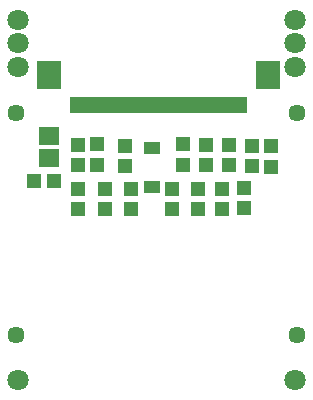
<source format=gbr>
G04 DipTrace 3.2.0.1*
G04 TopMask.gbr*
%MOMM*%
G04 #@! TF.FileFunction,Soldermask,Top*
G04 #@! TF.Part,Single*
%ADD31C,1.45*%
%ADD33R,1.42X1.12*%
%ADD35R,2.0X2.4*%
%ADD37R,0.5X1.45*%
%ADD39C,1.8*%
%ADD41R,1.3X1.2*%
%ADD43R,1.2X1.3*%
%ADD45R,1.7X1.5*%
%FSLAX35Y35*%
G04*
G71*
G90*
G75*
G01*
G04 TopMask*
%LPD*%
D45*
X-912237Y894407D3*
Y1084407D3*
D43*
X-504233Y842543D3*
Y1012543D3*
X223033Y842867D3*
Y1012867D3*
X418257Y841910D3*
Y1011910D3*
X-668370Y838843D3*
Y1008843D3*
X612300Y838090D3*
Y1008090D3*
X-265420Y833643D3*
Y1003643D3*
X808250Y833847D3*
Y1003847D3*
X971743Y825560D3*
Y995560D3*
X742993Y476420D3*
Y646420D3*
X-665000Y465000D3*
Y635000D3*
X-435000Y465000D3*
Y635000D3*
X-220000D3*
Y465000D3*
X134617D3*
Y635000D3*
X350000Y465000D3*
Y635000D3*
X550000Y465000D3*
Y635000D3*
D41*
X-871670Y699667D3*
X-1041670D3*
D31*
X-1190000Y1275000D3*
X1190000D3*
X-1190000Y-600000D3*
X1190000D3*
D39*
X-1170000Y1670000D3*
Y1870000D3*
Y2070000D3*
X1170000Y1670000D3*
Y1870000D3*
Y2070000D3*
Y-980000D3*
X-1170000D3*
D37*
X90000Y1350000D3*
X40000D3*
X-10000D3*
X-60000D3*
X-110000D3*
X-160000D3*
X-210000D3*
X-260000D3*
X-310000D3*
X-360000D3*
X-410000D3*
X-460000D3*
X-510000D3*
X-560000D3*
X140000D3*
X190000D3*
X240000D3*
X290000D3*
X340000D3*
X390000D3*
X440000D3*
X490000D3*
X540000D3*
X590000D3*
D35*
X945000Y1602500D3*
X-915000D3*
D37*
X640000Y1350000D3*
X690000D3*
X740000D3*
X-610000D3*
X-660000D3*
X-710000D3*
D33*
X-42500Y656200D3*
Y983747D3*
M02*

</source>
